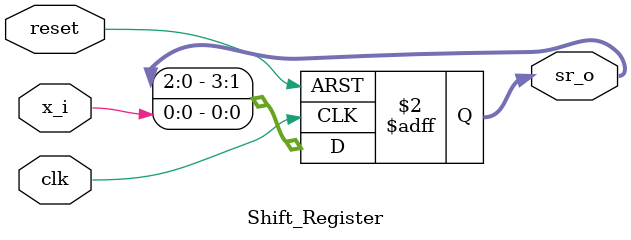
<source format=v>
module Shift_Register(
    input wire clk,
    input wire reset,
    input wire x_i,
    output reg [3:0] sr_o
);

always @(posedge clk or posedge reset) begin
    if (reset) begin
        sr_o <= 4'b0000;
    end else begin
        sr_o <= {sr_o[2:0], x_i};  // Shift left, insert x_i at LSB
    end
end

endmodule
</source>
